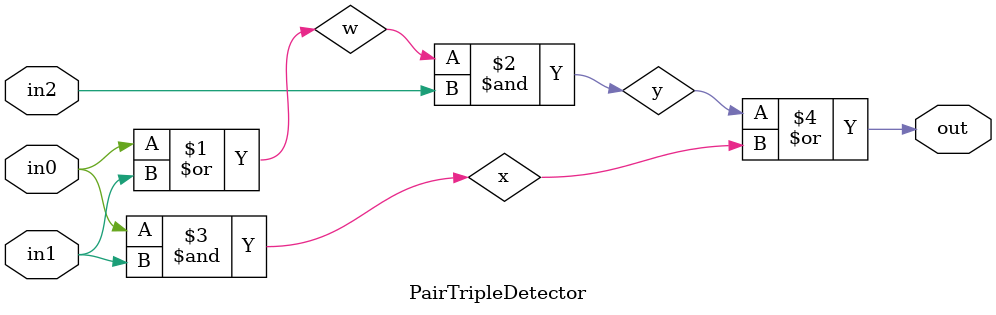
<source format=v>

module PairTripleDetector
(
  input  wire in0,
  input  wire in1,
  input  wire in2,
  output wire out
);

  // '''''''''''''''''''''''''''''''''''''''''''''''''''''''''''''''''''''
  // Discussion Section Task
  // '''''''''''''''''''''''''''''''''''''''''''''''''''''''''''''''''''''
  // Implement a pair/triple detector using explicit gate-level modeling.
  wire x;
  wire y;
  wire w;
  or(w, in0, in1);
  and(y, w, in2);
  and(x, in0, in1);
  or(out, y, x);
endmodule


</source>
